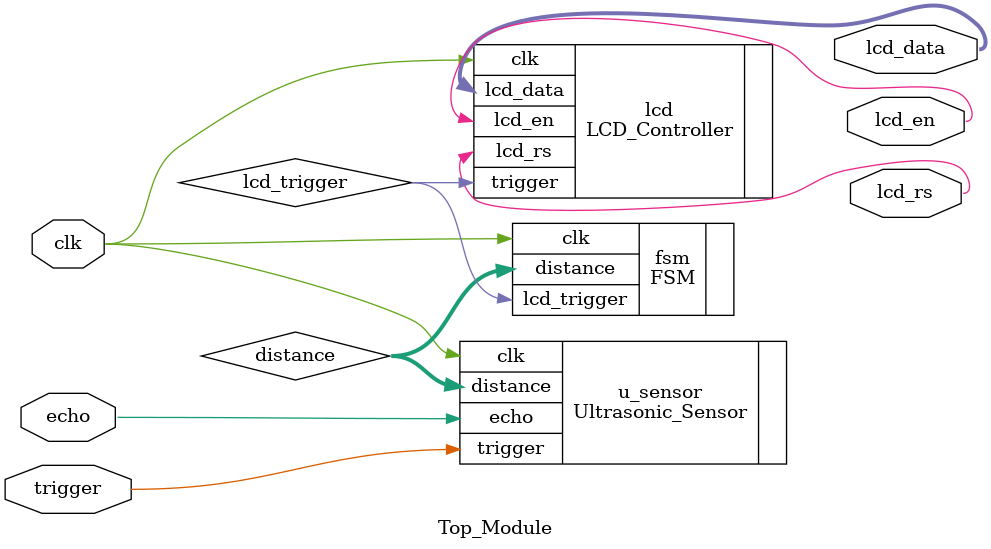
<source format=v>
module Top_Module (
    input clk,
    input trigger,
    input echo,
    output [7:0] lcd_data,
    output lcd_rs,
    output lcd_en
);

    wire [15:0] distance;
    wire lcd_trigger;

    Ultrasonic_Sensor u_sensor (
        .clk(clk),
        .trigger(trigger),
        .echo(echo),
        .distance(distance)
    );

    FSM fsm (
        .clk(clk),
        .distance(distance),
        .lcd_trigger(lcd_trigger)
    );

    LCD_Controller lcd (
        .clk(clk),
        .trigger(lcd_trigger),
        .lcd_data(lcd_data),
        .lcd_rs(lcd_rs),
        .lcd_en(lcd_en)
    );

endmodule

</source>
